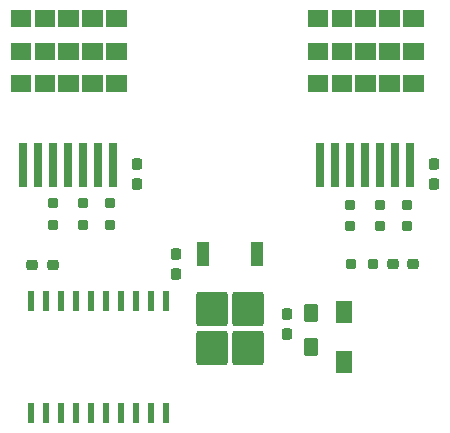
<source format=gbr>
%TF.GenerationSoftware,KiCad,Pcbnew,7.0.5*%
%TF.CreationDate,2023-07-07T01:57:58+07:00*%
%TF.ProjectId,driver_motor,64726976-6572-45f6-9d6f-746f722e6b69,rev?*%
%TF.SameCoordinates,Original*%
%TF.FileFunction,Paste,Top*%
%TF.FilePolarity,Positive*%
%FSLAX46Y46*%
G04 Gerber Fmt 4.6, Leading zero omitted, Abs format (unit mm)*
G04 Created by KiCad (PCBNEW 7.0.5) date 2023-07-07 01:57:58*
%MOMM*%
%LPD*%
G01*
G04 APERTURE LIST*
G04 Aperture macros list*
%AMRoundRect*
0 Rectangle with rounded corners*
0 $1 Rounding radius*
0 $2 $3 $4 $5 $6 $7 $8 $9 X,Y pos of 4 corners*
0 Add a 4 corners polygon primitive as box body*
4,1,4,$2,$3,$4,$5,$6,$7,$8,$9,$2,$3,0*
0 Add four circle primitives for the rounded corners*
1,1,$1+$1,$2,$3*
1,1,$1+$1,$4,$5*
1,1,$1+$1,$6,$7*
1,1,$1+$1,$8,$9*
0 Add four rect primitives between the rounded corners*
20,1,$1+$1,$2,$3,$4,$5,0*
20,1,$1+$1,$4,$5,$6,$7,0*
20,1,$1+$1,$6,$7,$8,$9,0*
20,1,$1+$1,$8,$9,$2,$3,0*%
G04 Aperture macros list end*
%ADD10C,0.010000*%
%ADD11RoundRect,0.186700X0.237500X-0.300000X0.237500X0.300000X-0.237500X0.300000X-0.237500X-0.300000X0*%
%ADD12RoundRect,0.186700X-0.237500X0.250000X-0.237500X-0.250000X0.237500X-0.250000X0.237500X0.250000X0*%
%ADD13RoundRect,0.186700X0.287500X0.237500X-0.287500X0.237500X-0.287500X-0.237500X0.287500X-0.237500X0*%
%ADD14RoundRect,0.199200X-0.425000X0.537500X-0.425000X-0.537500X0.425000X-0.537500X0.425000X0.537500X0*%
%ADD15RoundRect,0.186700X0.237500X-0.250000X0.237500X0.250000X-0.237500X0.250000X-0.237500X-0.250000X0*%
%ADD16R,0.698400X3.708400*%
%ADD17RoundRect,0.199200X-0.350000X0.850000X-0.350000X-0.850000X0.350000X-0.850000X0.350000X0.850000X0*%
%ADD18RoundRect,0.199200X-1.125000X1.275000X-1.125000X-1.275000X1.125000X-1.275000X1.125000X1.275000X0*%
%ADD19RoundRect,0.186700X-0.300000X-0.237500X0.300000X-0.237500X0.300000X0.237500X-0.300000X0.237500X0*%
%ADD20RoundRect,0.186700X-0.237500X0.300000X-0.237500X-0.300000X0.237500X-0.300000X0.237500X0.300000X0*%
%ADD21R,1.398400X1.988400*%
%ADD22RoundRect,0.000000X0.244200X-0.839200X0.244200X0.839200X-0.244200X0.839200X-0.244200X-0.839200X0*%
%ADD23RoundRect,0.186700X-0.250000X-0.237500X0.250000X-0.237500X0.250000X0.237500X-0.250000X0.237500X0*%
G04 APERTURE END LIST*
%TO.C,U5*%
D10*
X174331000Y-40011000D02*
X172681000Y-40011000D01*
X172681000Y-38661000D01*
X174331000Y-38661000D01*
X174331000Y-40011000D01*
G36*
X174331000Y-40011000D02*
G01*
X172681000Y-40011000D01*
X172681000Y-38661000D01*
X174331000Y-38661000D01*
X174331000Y-40011000D01*
G37*
X176351000Y-40011000D02*
X174701000Y-40011000D01*
X174701000Y-38661000D01*
X176351000Y-38661000D01*
X176351000Y-40011000D01*
G36*
X176351000Y-40011000D02*
G01*
X174701000Y-40011000D01*
X174701000Y-38661000D01*
X176351000Y-38661000D01*
X176351000Y-40011000D01*
G37*
X178371000Y-40011000D02*
X176721000Y-40011000D01*
X176721000Y-38661000D01*
X178371000Y-38661000D01*
X178371000Y-40011000D01*
G36*
X178371000Y-40011000D02*
G01*
X176721000Y-40011000D01*
X176721000Y-38661000D01*
X178371000Y-38661000D01*
X178371000Y-40011000D01*
G37*
X180391000Y-40011000D02*
X178741000Y-40011000D01*
X178741000Y-38661000D01*
X180391000Y-38661000D01*
X180391000Y-40011000D01*
G36*
X180391000Y-40011000D02*
G01*
X178741000Y-40011000D01*
X178741000Y-38661000D01*
X180391000Y-38661000D01*
X180391000Y-40011000D01*
G37*
X182411000Y-40011000D02*
X180761000Y-40011000D01*
X180761000Y-38661000D01*
X182411000Y-38661000D01*
X182411000Y-40011000D01*
G36*
X182411000Y-40011000D02*
G01*
X180761000Y-40011000D01*
X180761000Y-38661000D01*
X182411000Y-38661000D01*
X182411000Y-40011000D01*
G37*
X174331000Y-37251000D02*
X172681000Y-37251000D01*
X172681000Y-35901000D01*
X174331000Y-35901000D01*
X174331000Y-37251000D01*
G36*
X174331000Y-37251000D02*
G01*
X172681000Y-37251000D01*
X172681000Y-35901000D01*
X174331000Y-35901000D01*
X174331000Y-37251000D01*
G37*
X176351000Y-37251000D02*
X174701000Y-37251000D01*
X174701000Y-35901000D01*
X176351000Y-35901000D01*
X176351000Y-37251000D01*
G36*
X176351000Y-37251000D02*
G01*
X174701000Y-37251000D01*
X174701000Y-35901000D01*
X176351000Y-35901000D01*
X176351000Y-37251000D01*
G37*
X178371000Y-37251000D02*
X176721000Y-37251000D01*
X176721000Y-35901000D01*
X178371000Y-35901000D01*
X178371000Y-37251000D01*
G36*
X178371000Y-37251000D02*
G01*
X176721000Y-37251000D01*
X176721000Y-35901000D01*
X178371000Y-35901000D01*
X178371000Y-37251000D01*
G37*
X180391000Y-37251000D02*
X178741000Y-37251000D01*
X178741000Y-35901000D01*
X180391000Y-35901000D01*
X180391000Y-37251000D01*
G36*
X180391000Y-37251000D02*
G01*
X178741000Y-37251000D01*
X178741000Y-35901000D01*
X180391000Y-35901000D01*
X180391000Y-37251000D01*
G37*
X182411000Y-37251000D02*
X180761000Y-37251000D01*
X180761000Y-35901000D01*
X182411000Y-35901000D01*
X182411000Y-37251000D01*
G36*
X182411000Y-37251000D02*
G01*
X180761000Y-37251000D01*
X180761000Y-35901000D01*
X182411000Y-35901000D01*
X182411000Y-37251000D01*
G37*
X174331000Y-34491000D02*
X172681000Y-34491000D01*
X172681000Y-33141000D01*
X174331000Y-33141000D01*
X174331000Y-34491000D01*
G36*
X174331000Y-34491000D02*
G01*
X172681000Y-34491000D01*
X172681000Y-33141000D01*
X174331000Y-33141000D01*
X174331000Y-34491000D01*
G37*
X176351000Y-34491000D02*
X174701000Y-34491000D01*
X174701000Y-33141000D01*
X176351000Y-33141000D01*
X176351000Y-34491000D01*
G36*
X176351000Y-34491000D02*
G01*
X174701000Y-34491000D01*
X174701000Y-33141000D01*
X176351000Y-33141000D01*
X176351000Y-34491000D01*
G37*
X178371000Y-34491000D02*
X176721000Y-34491000D01*
X176721000Y-33141000D01*
X178371000Y-33141000D01*
X178371000Y-34491000D01*
G36*
X178371000Y-34491000D02*
G01*
X176721000Y-34491000D01*
X176721000Y-33141000D01*
X178371000Y-33141000D01*
X178371000Y-34491000D01*
G37*
X180391000Y-34491000D02*
X178741000Y-34491000D01*
X178741000Y-33141000D01*
X180391000Y-33141000D01*
X180391000Y-34491000D01*
G36*
X180391000Y-34491000D02*
G01*
X178741000Y-34491000D01*
X178741000Y-33141000D01*
X180391000Y-33141000D01*
X180391000Y-34491000D01*
G37*
X182411000Y-34491000D02*
X180761000Y-34491000D01*
X180761000Y-33141000D01*
X182411000Y-33141000D01*
X182411000Y-34491000D01*
G36*
X182411000Y-34491000D02*
G01*
X180761000Y-34491000D01*
X180761000Y-33141000D01*
X182411000Y-33141000D01*
X182411000Y-34491000D01*
G37*
%TO.C,U2*%
X149185000Y-40011000D02*
X147535000Y-40011000D01*
X147535000Y-38661000D01*
X149185000Y-38661000D01*
X149185000Y-40011000D01*
G36*
X149185000Y-40011000D02*
G01*
X147535000Y-40011000D01*
X147535000Y-38661000D01*
X149185000Y-38661000D01*
X149185000Y-40011000D01*
G37*
X151205000Y-40011000D02*
X149555000Y-40011000D01*
X149555000Y-38661000D01*
X151205000Y-38661000D01*
X151205000Y-40011000D01*
G36*
X151205000Y-40011000D02*
G01*
X149555000Y-40011000D01*
X149555000Y-38661000D01*
X151205000Y-38661000D01*
X151205000Y-40011000D01*
G37*
X153225000Y-40011000D02*
X151575000Y-40011000D01*
X151575000Y-38661000D01*
X153225000Y-38661000D01*
X153225000Y-40011000D01*
G36*
X153225000Y-40011000D02*
G01*
X151575000Y-40011000D01*
X151575000Y-38661000D01*
X153225000Y-38661000D01*
X153225000Y-40011000D01*
G37*
X155245000Y-40011000D02*
X153595000Y-40011000D01*
X153595000Y-38661000D01*
X155245000Y-38661000D01*
X155245000Y-40011000D01*
G36*
X155245000Y-40011000D02*
G01*
X153595000Y-40011000D01*
X153595000Y-38661000D01*
X155245000Y-38661000D01*
X155245000Y-40011000D01*
G37*
X157265000Y-40011000D02*
X155615000Y-40011000D01*
X155615000Y-38661000D01*
X157265000Y-38661000D01*
X157265000Y-40011000D01*
G36*
X157265000Y-40011000D02*
G01*
X155615000Y-40011000D01*
X155615000Y-38661000D01*
X157265000Y-38661000D01*
X157265000Y-40011000D01*
G37*
X149185000Y-37251000D02*
X147535000Y-37251000D01*
X147535000Y-35901000D01*
X149185000Y-35901000D01*
X149185000Y-37251000D01*
G36*
X149185000Y-37251000D02*
G01*
X147535000Y-37251000D01*
X147535000Y-35901000D01*
X149185000Y-35901000D01*
X149185000Y-37251000D01*
G37*
X151205000Y-37251000D02*
X149555000Y-37251000D01*
X149555000Y-35901000D01*
X151205000Y-35901000D01*
X151205000Y-37251000D01*
G36*
X151205000Y-37251000D02*
G01*
X149555000Y-37251000D01*
X149555000Y-35901000D01*
X151205000Y-35901000D01*
X151205000Y-37251000D01*
G37*
X153225000Y-37251000D02*
X151575000Y-37251000D01*
X151575000Y-35901000D01*
X153225000Y-35901000D01*
X153225000Y-37251000D01*
G36*
X153225000Y-37251000D02*
G01*
X151575000Y-37251000D01*
X151575000Y-35901000D01*
X153225000Y-35901000D01*
X153225000Y-37251000D01*
G37*
X155245000Y-37251000D02*
X153595000Y-37251000D01*
X153595000Y-35901000D01*
X155245000Y-35901000D01*
X155245000Y-37251000D01*
G36*
X155245000Y-37251000D02*
G01*
X153595000Y-37251000D01*
X153595000Y-35901000D01*
X155245000Y-35901000D01*
X155245000Y-37251000D01*
G37*
X157265000Y-37251000D02*
X155615000Y-37251000D01*
X155615000Y-35901000D01*
X157265000Y-35901000D01*
X157265000Y-37251000D01*
G36*
X157265000Y-37251000D02*
G01*
X155615000Y-37251000D01*
X155615000Y-35901000D01*
X157265000Y-35901000D01*
X157265000Y-37251000D01*
G37*
X149185000Y-34491000D02*
X147535000Y-34491000D01*
X147535000Y-33141000D01*
X149185000Y-33141000D01*
X149185000Y-34491000D01*
G36*
X149185000Y-34491000D02*
G01*
X147535000Y-34491000D01*
X147535000Y-33141000D01*
X149185000Y-33141000D01*
X149185000Y-34491000D01*
G37*
X151205000Y-34491000D02*
X149555000Y-34491000D01*
X149555000Y-33141000D01*
X151205000Y-33141000D01*
X151205000Y-34491000D01*
G36*
X151205000Y-34491000D02*
G01*
X149555000Y-34491000D01*
X149555000Y-33141000D01*
X151205000Y-33141000D01*
X151205000Y-34491000D01*
G37*
X153225000Y-34491000D02*
X151575000Y-34491000D01*
X151575000Y-33141000D01*
X153225000Y-33141000D01*
X153225000Y-34491000D01*
G36*
X153225000Y-34491000D02*
G01*
X151575000Y-34491000D01*
X151575000Y-33141000D01*
X153225000Y-33141000D01*
X153225000Y-34491000D01*
G37*
X155245000Y-34491000D02*
X153595000Y-34491000D01*
X153595000Y-33141000D01*
X155245000Y-33141000D01*
X155245000Y-34491000D01*
G36*
X155245000Y-34491000D02*
G01*
X153595000Y-34491000D01*
X153595000Y-33141000D01*
X155245000Y-33141000D01*
X155245000Y-34491000D01*
G37*
X157265000Y-34491000D02*
X155615000Y-34491000D01*
X155615000Y-33141000D01*
X157265000Y-33141000D01*
X157265000Y-34491000D01*
G36*
X157265000Y-34491000D02*
G01*
X155615000Y-34491000D01*
X155615000Y-33141000D01*
X157265000Y-33141000D01*
X157265000Y-34491000D01*
G37*
%TD*%
D11*
%TO.C,C4*%
X158242000Y-47852500D03*
X158242000Y-46127500D03*
%TD*%
D12*
%TO.C,R10*%
X178816000Y-49617500D03*
X178816000Y-51442500D03*
%TD*%
D13*
%TO.C,5V1*%
X181610000Y-54610000D03*
X179860000Y-54610000D03*
%TD*%
D11*
%TO.C,C2*%
X170942000Y-60552500D03*
X170942000Y-58827500D03*
%TD*%
D14*
%TO.C,C1*%
X172974000Y-58760500D03*
X172974000Y-61635500D03*
%TD*%
D15*
%TO.C,R6*%
X176276000Y-51426500D03*
X176276000Y-49601500D03*
%TD*%
D16*
%TO.C,U5*%
X173736000Y-46236000D03*
X175006000Y-46236000D03*
X176276000Y-46236000D03*
X177546000Y-46236000D03*
X178816000Y-46236000D03*
X180086000Y-46236000D03*
X181356000Y-46236000D03*
%TD*%
D11*
%TO.C,C3*%
X161544000Y-55472500D03*
X161544000Y-53747500D03*
%TD*%
D12*
%TO.C,R4*%
X155956000Y-49463500D03*
X155956000Y-51288500D03*
%TD*%
%TO.C,R7*%
X181102000Y-49617500D03*
X181102000Y-51442500D03*
%TD*%
D17*
%TO.C,U1*%
X168396000Y-53795000D03*
D18*
X167641000Y-58420000D03*
X164591000Y-58420000D03*
X167641000Y-61770000D03*
X164591000Y-61770000D03*
D17*
X163836000Y-53795000D03*
%TD*%
D15*
%TO.C,R2*%
X151130000Y-51320500D03*
X151130000Y-49495500D03*
%TD*%
D19*
%TO.C,C6*%
X149352000Y-54710000D03*
X151077000Y-54710000D03*
%TD*%
D12*
%TO.C,R1*%
X153670000Y-49479500D03*
X153670000Y-51304500D03*
%TD*%
D20*
%TO.C,C5*%
X183388000Y-46127500D03*
X183388000Y-47852500D03*
%TD*%
D21*
%TO.C,D1*%
X175768000Y-62957000D03*
X175768000Y-58697000D03*
%TD*%
D16*
%TO.C,U2*%
X148590000Y-46236000D03*
X149860000Y-46236000D03*
X151130000Y-46236000D03*
X152400000Y-46236000D03*
X153670000Y-46236000D03*
X154940000Y-46236000D03*
X156210000Y-46236000D03*
%TD*%
D22*
%TO.C,U3*%
X149225000Y-67224000D03*
X150495000Y-67224000D03*
X151765000Y-67224000D03*
X153035000Y-67224000D03*
X154305000Y-67224000D03*
X155575000Y-67224000D03*
X156845000Y-67224000D03*
X158115000Y-67224000D03*
X159385000Y-67224000D03*
X160655000Y-67224000D03*
X160655000Y-57744000D03*
X159385000Y-57744000D03*
X158115000Y-57744000D03*
X156845000Y-57744000D03*
X155575000Y-57744000D03*
X154305000Y-57744000D03*
X153035000Y-57744000D03*
X151765000Y-57744000D03*
X150495000Y-57744000D03*
X149225000Y-57744000D03*
%TD*%
D23*
%TO.C,R11*%
X176379500Y-54610000D03*
X178204500Y-54610000D03*
%TD*%
M02*

</source>
